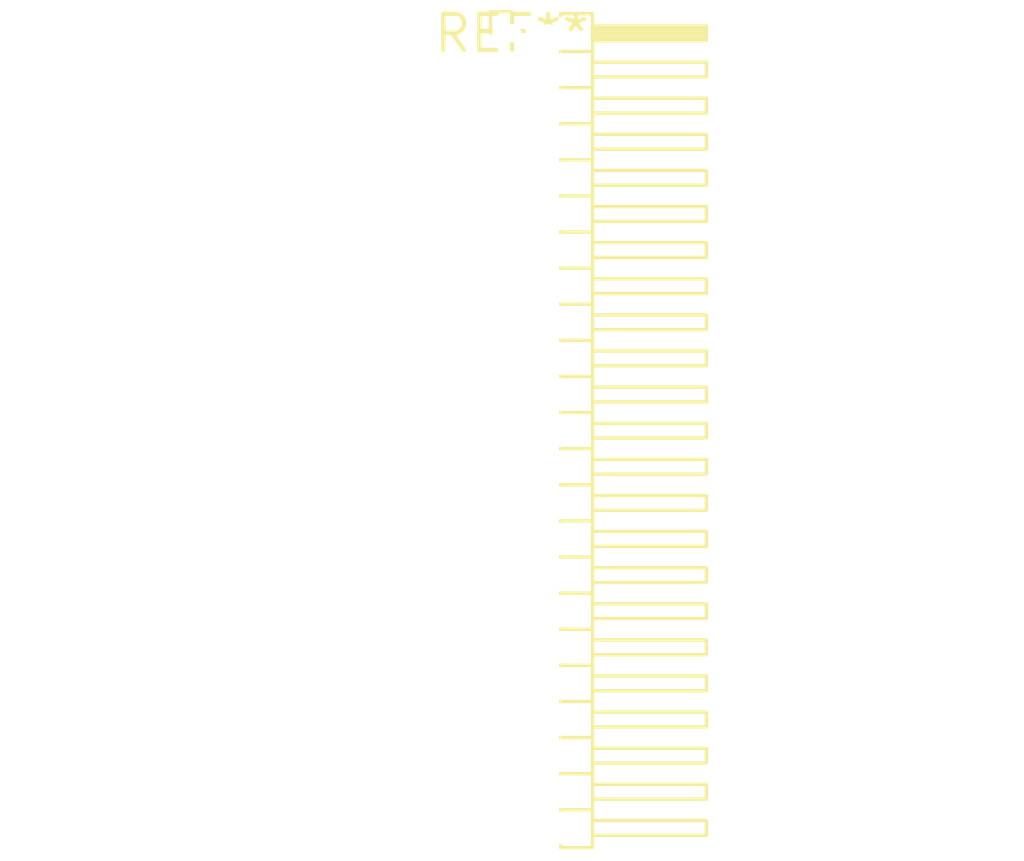
<source format=kicad_pcb>
(kicad_pcb (version 20240108) (generator pcbnew)
  (layers (0 "F.Cu" signal) (31 "B.Cu" signal) (34 "B.Paste" user) (35 "F.Paste" user) (36 "B.SilkS" user "B.Silkscreen") (37 "F.SilkS" user "F.Silkscreen") (38 "B.Mask" user) (39 "F.Mask" user) (44 "Edge.Cuts" user))
  (net 0 "")
  (footprint "PinHeader_2x23_P1.27mm_Horizontal" (layer "F.Cu") (at 0 0)
    (property "Reference" "REF**")
    (property "Value" "PinHeader_2x23_P1.27mm_Horizontal")
    (fp_line (start -0.76 -0.76) (end 0 -0.76) (layer "F.SilkS") (stroke (width 0.12)))
    (fp_line (start -0.76 0) (end -0.76 -0.76) (layer "F.SilkS") (stroke (width 0.12)))
    (fp_line (start 1.71 -0.695) (end 2.83 -0.695) (layer "F.SilkS") (stroke (width 0.12)))
    (fp_line (start 1.71 -0.619677) (end 1.71 -0.695) (layer "F.SilkS") (stroke (width 0.12)))
    (fp_line (start 1.71 0.619677) (end 1.71 0.650323) (layer "F.SilkS") (stroke (width 0.12)))
    (fp_line (start 1.71 0.635) (end 2.83 0.635) (layer "F.SilkS") (stroke (width 0.12)))
    (fp_line (start 1.71 1.889677) (end 1.71 1.920323) (layer "F.SilkS") (stroke (width 0.12)))
    (fp_line (start 1.71 1.905) (end 2.83 1.905) (layer "F.SilkS") (stroke (width 0.12)))
    (fp_line (start 1.71 3.159677) (end 1.71 3.190323) (layer "F.SilkS") (stroke (width 0.12)))
    (fp_line (start 1.71 3.175) (end 2.83 3.175) (layer "F.SilkS") (stroke (width 0.12)))
    (fp_line (start 1.71 4.429677) (end 1.71 4.460323) (layer "F.SilkS") (stroke (width 0.12)))
    (fp_line (start 1.71 4.445) (end 2.83 4.445) (layer "F.SilkS") (stroke (width 0.12)))
    (fp_line (start 1.71 5.699677) (end 1.71 5.730323) (layer "F.SilkS") (stroke (width 0.12)))
    (fp_line (start 1.71 5.715) (end 2.83 5.715) (layer "F.SilkS") (stroke (width 0.12)))
    (fp_line (start 1.71 6.969677) (end 1.71 7.000323) (layer "F.SilkS") (stroke (width 0.12)))
    (fp_line (start 1.71 6.985) (end 2.83 6.985) (layer "F.SilkS") (stroke (width 0.12)))
    (fp_line (start 1.71 8.239677) (end 1.71 8.270323) (layer "F.SilkS") (stroke (width 0.12)))
    (fp_line (start 1.71 8.255) (end 2.83 8.255) (layer "F.SilkS") (stroke (width 0.12)))
    (fp_line (start 1.71 9.509677) (end 1.71 9.540323) (layer "F.SilkS") (stroke (width 0.12)))
    (fp_line (start 1.71 9.525) (end 2.83 9.525) (layer "F.SilkS") (stroke (width 0.12)))
    (fp_line (start 1.71 10.779677) (end 1.71 10.810323) (layer "F.SilkS") (stroke (width 0.12)))
    (fp_line (start 1.71 10.795) (end 2.83 10.795) (layer "F.SilkS") (stroke (width 0.12)))
    (fp_line (start 1.71 12.049677) (end 1.71 12.080323) (layer "F.SilkS") (stroke (width 0.12)))
    (fp_line (start 1.71 12.065) (end 2.83 12.065) (layer "F.SilkS") (stroke (width 0.12)))
    (fp_line (start 1.71 13.319677) (end 1.71 13.350323) (layer "F.SilkS") (stroke (width 0.12)))
    (fp_line (start 1.71 13.335) (end 2.83 13.335) (layer "F.SilkS") (stroke (width 0.12)))
    (fp_line (start 1.71 14.589677) (end 1.71 14.620323) (layer "F.SilkS") (stroke (width 0.12)))
    (fp_line (start 1.71 14.605) (end 2.83 14.605) (layer "F.SilkS") (stroke (width 0.12)))
    (fp_line (start 1.71 15.859677) (end 1.71 15.890323) (layer "F.SilkS") (stroke (width 0.12)))
    (fp_line (start 1.71 15.875) (end 2.83 15.875) (layer "F.SilkS") (stroke (width 0.12)))
    (fp_line (start 1.71 17.129677) (end 1.71 17.160323) (layer "F.SilkS") (stroke (width 0.12)))
    (fp_line (start 1.71 17.145) (end 2.83 17.145) (layer "F.SilkS") (stroke (width 0.12)))
    (fp_line (start 1.71 18.399677) (end 1.71 18.430323) (layer "F.SilkS") (stroke (width 0.12)))
    (fp_line (start 1.71 18.415) (end 2.83 18.415) (layer "F.SilkS") (stroke (width 0.12)))
    (fp_line (start 1.71 19.669677) (end 1.71 19.700323) (layer "F.SilkS") (stroke (width 0.12)))
    (fp_line (start 1.71 19.685) (end 2.83 19.685) (layer "F.SilkS") (stroke (width 0.12)))
    (fp_line (start 1.71 20.939677) (end 1.71 20.970323) (layer "F.SilkS") (stroke (width 0.12)))
    (fp_line (start 1.71 20.955) (end 2.83 20.955) (layer "F.SilkS") (stroke (width 0.12)))
    (fp_line (start 1.71 22.209677) (end 1.71 22.240323) (layer "F.SilkS") (stroke (width 0.12)))
    (fp_line (start 1.71 22.225) (end 2.83 22.225) (layer "F.SilkS") (stroke (width 0.12)))
    (fp_line (start 1.71 23.479677) (end 1.71 23.510323) (layer "F.SilkS") (stroke (width 0.12)))
    (fp_line (start 1.71 23.495) (end 2.83 23.495) (layer "F.SilkS") (stroke (width 0.12)))
    (fp_line (start 1.71 24.749677) (end 1.71 24.780323) (layer "F.SilkS") (stroke (width 0.12)))
    (fp_line (start 1.71 24.765) (end 2.83 24.765) (layer "F.SilkS") (stroke (width 0.12)))
    (fp_line (start 1.71 26.019677) (end 1.71 26.050323) (layer "F.SilkS") (stroke (width 0.12)))
    (fp_line (start 1.71 26.035) (end 2.83 26.035) (layer "F.SilkS") (stroke (width 0.12)))
    (fp_line (start 1.71 27.289677) (end 1.71 27.320323) (layer "F.SilkS") (stroke (width 0.12)))
    (fp_line (start 1.71 27.305) (end 2.83 27.305) (layer "F.SilkS") (stroke (width 0.12)))
    (fp_line (start 1.71 28.635) (end 1.71 28.559677) (layer "F.SilkS") (stroke (width 0.12)))
    (fp_line (start 2.83 -0.695) (end 2.83 28.635) (layer "F.SilkS") (stroke (width 0.12)))
    (fp_line (start 2.83 -0.26) (end 6.83 -0.26) (layer "F.SilkS") (stroke (width 0.12)))
    (fp_line (start 2.83 -0.2) (end 6.83 -0.2) (layer "F.SilkS") (stroke (width 0.12)))
    (fp_line (start 2.83 -0.08) (end 6.83 -0.08) (layer "F.SilkS") (stroke (width 0.12)))
    (fp_line (start 2.83 0.04) (end 6.83 0.04) (layer "F.SilkS") (stroke (width 0.12)))
    (fp_line (start 2.83 0.16) (end 6.83 0.16) (layer "F.SilkS") (stroke (width 0.12)))
    (fp_line (start 2.83 1.01) (end 6.83 1.01) (layer "F.SilkS") (stroke (width 0.12)))
    (fp_line (start 2.83 2.28) (end 6.83 2.28) (layer "F.SilkS") (stroke (width 0.12)))
    (fp_line (start 2.83 3.55) (end 6.83 3.55) (layer "F.SilkS") (stroke (width 0.12)))
    (fp_line (start 2.83 4.82) (end 6.83 4.82) (layer "F.SilkS") (stroke (width 0.12)))
    (fp_line (start 2.83 6.09) (end 6.83 6.09) (layer "F.SilkS") (stroke (width 0.12)))
    (fp_line (start 2.83 7.36) (end 6.83 7.36) (layer "F.SilkS") (stroke (width 0.12)))
    (fp_line (start 2.83 8.63) (end 6.83 8.63) (layer "F.SilkS") (stroke (width 0.12)))
    (fp_line (start 2.83 9.9) (end 6.83 9.9) (layer "F.SilkS") (stroke (width 0.12)))
    (fp_line (start 2.83 11.17) (end 6.83 11.17) (layer "F.SilkS") (stroke (width 0.12)))
    (fp_line (start 2.83 12.44) (end 6.83 12.44) (layer "F.SilkS") (stroke (width 0.12)))
    (fp_line (start 2.83 13.71) (end 6.83 13.71) (layer "F.SilkS") (stroke (width 0.12)))
    (fp_line (start 2.83 14.98) (end 6.83 14.98) (layer "F.SilkS") (stroke (width 0.12)))
    (fp_line (start 2.83 16.25) (end 6.83 16.25) (layer "F.SilkS") (stroke (width 0.12)))
    (fp_line (start 2.83 17.52) (end 6.83 17.52) (layer "F.SilkS") (stroke (width 0.12)))
    (fp_line (start 2.83 18.79) (end 6.83 18.79) (layer "F.SilkS") (stroke (width 0.12)))
    (fp_line (start 2.83 20.06) (end 6.83 20.06) (layer "F.SilkS") (stroke (width 0.12)))
    (fp_line (start 2.83 21.33) (end 6.83 21.33) (layer "F.SilkS") (stroke (width 0.12)))
    (fp_line (start 2.83 22.6) (end 6.83 22.6) (layer "F.SilkS") (stroke (width 0.12)))
    (fp_line (start 2.83 23.87) (end 6.83 23.87) (layer "F.SilkS") (stroke (width 0.12)))
    (fp_line (start 2.83 25.14) (end 6.83 25.14) (layer "F.SilkS") (stroke (width 0.12)))
    (fp_line (start 2.83 26.41) (end 6.83 26.41) (layer "F.SilkS") (stroke (width 0.12)))
    (fp_line (start 2.83 27.68) (end 6.83 27.68) (layer "F.SilkS") (stroke (width 0.12)))
    (fp_line (start 2.83 28.635) (end 1.71 28.635) (layer "F.SilkS") (stroke (width 0.12)))
    (fp_line (start 6.83 -0.26) (end 6.83 0.26) (layer "F.SilkS") (stroke (width 0.12)))
    (fp_line (start 6.83 0.26) (end 2.83 0.26) (layer "F.SilkS") (stroke (width 0.12)))
    (fp_line (start 6.83 1.01) (end 6.83 1.53) (layer "F.SilkS") (stroke (width 0.12)))
    (fp_line (start 6.83 1.53) (end 2.83 1.53) (layer "F.SilkS") (stroke (width 0.12)))
    (fp_line (start 6.83 2.28) (end 6.83 2.8) (layer "F.SilkS") (stroke (width 0.12)))
    (fp_line (start 6.83 2.8) (end 2.83 2.8) (layer "F.SilkS") (stroke (width 0.12)))
    (fp_line (start 6.83 3.55) (end 6.83 4.07) (layer "F.SilkS") (stroke (width 0.12)))
    (fp_line (start 6.83 4.07) (end 2.83 4.07) (layer "F.SilkS") (stroke (width 0.12)))
    (fp_line (start 6.83 4.82) (end 6.83 5.34) (layer "F.SilkS") (stroke (width 0.12)))
    (fp_line (start 6.83 5.34) (end 2.83 5.34) (layer "F.SilkS") (stroke (width 0.12)))
    (fp_line (start 6.83 6.09) (end 6.83 6.61) (layer "F.SilkS") (stroke (width 0.12)))
    (fp_line (start 6.83 6.61) (end 2.83 6.61) (layer "F.SilkS") (stroke (width 0.12)))
    (fp_line (start 6.83 7.36) (end 6.83 7.88) (layer "F.SilkS") (stroke (width 0.12)))
    (fp_line (start 6.83 7.88) (end 2.83 7.88) (layer "F.SilkS") (stroke (width 0.12)))
    (fp_line (start 6.83 8.63) (end 6.83 9.15) (layer "F.SilkS") (stroke (width 0.12)))
    (fp_line (start 6.83 9.15) (end 2.83 9.15) (layer "F.SilkS") (stroke (width 0.12)))
    (fp_line (start 6.83 9.9) (end 6.83 10.42) (layer "F.SilkS") (stroke (width 0.12)))
    (fp_line (start 6.83 10.42) (end 2.83 10.42) (layer "F.SilkS") (stroke (width 0.12)))
    (fp_line (start 6.83 11.17) (end 6.83 11.69) (layer "F.SilkS") (stroke (width 0.12)))
    (fp_line (start 6.83 11.69) (end 2.83 11.69) (layer "F.SilkS") (stroke (width 0.12)))
    (fp_line (start 6.83 12.44) (end 6.83 12.96) (layer "F.SilkS") (stroke (width 0.12)))
    (fp_line (start 6.83 12.96) (end 2.83 12.96) (layer "F.SilkS") (stroke (width 0.12)))
    (fp_line (start 6.83 13.71) (end 6.83 14.23) (layer "F.SilkS") (stroke (width 0.12)))
    (fp_line (start 6.83 14.23) (end 2.83 14.23) (layer "F.SilkS") (stroke (width 0.12)))
    (fp_line (start 6.83 14.98) (end 6.83 15.5) (layer "F.SilkS") (stroke (width 0.12)))
    (fp_line (start 6.83 15.5) (end 2.83 15.5) (layer "F.SilkS") (stroke (width 0.12)))
    (fp_line (start 6.83 16.25) (end 6.83 16.77) (layer "F.SilkS") (stroke (width 0.12)))
    (fp_line (start 6.83 16.77) (end 2.83 16.77) (layer "F.SilkS") (stroke (width 0.12)))
    (fp_line (start 6.83 17.52) (end 6.83 18.04) (layer "F.SilkS") (stroke (width 0.12)))
    (fp_line (start 6.83 18.04) (end 2.83 18.04) (layer "F.SilkS") (stroke (width 0.12)))
    (fp_line (start 6.83 18.79) (end 6.83 19.31) (layer "F.SilkS") (stroke (width 0.12)))
    (fp_line (start 6.83 19.31) (end 2.83 19.31) (layer "F.SilkS") (stroke (width 0.12)))
    (fp_line (start 6.83 20.06) (end 6.83 20.58) (layer "F.SilkS") (stroke (width 0.12)))
    (fp_line (start 6.83 20.58) (end 2.83 20.58) (layer "F.SilkS") (stroke (width 0.12)))
    (fp_line (start 6.83 21.33) (end 6.83 21.85) (layer "F.SilkS") (stroke (width 0.12)))
    (fp_line (start 6.83 21.85) (end 2.83 21.85) (layer "F.SilkS") (stroke (width 0.12)))
    (fp_line (start 6.83 22.6) (end 6.83 23.12) (layer "F.SilkS") (stroke (width 0.12)))
    (fp_line (start 6.83 23.12) (end 2.83 23.12) (layer "F.SilkS") (stroke (width 0.12)))
    (fp_line (start 6.83 23.87) (end 6.83 24.39) (layer "F.SilkS") (stroke (width 0.12)))
    (fp_line (start 6.83 24.39) (end 2.83 24.39) (layer "F.SilkS") (stroke (width 0.12)))
    (fp_line (start 6.83 25.14) (end 6.83 25.66) (layer "F.SilkS") (stroke (width 0.12)))
    (fp_line (start 6.83 25.66) (end 2.83 25.66) (layer "F.SilkS") (stroke (width 0.12)))
    (fp_line (start 6.83 26.41) (end 6.83 26.93) (layer "F.SilkS") (stroke (width 0.12)))
    (fp_line (start 6.83 26.93) (end 2.83 26.93) (layer "F.SilkS") (stroke (width 0.12)))
    (fp_line (start 6.83 27.68) (end 6.83 28.2) (layer "F.SilkS") (stroke (width 0.12)))
    (fp_line (start 6.83 28.2) (end 2.83 28.2) (layer "F.SilkS") (stroke (width 0.12)))
    (pad "1" thru_hole rect (at 0 0) (size 1 1) (drill 0.65) (layers *.Cu *.Mask) (remove_unused_layers))
    (pad "2" thru_hole oval (at 1.27 0) (size 1 1) (drill 0.65) (layers *.Cu *.Mask) (remove_unused_layers))
    (pad "3" thru_hole oval (at 0 1.27) (size 1 1) (drill 0.65) (layers *.Cu *.Mask) (remove_unused_layers))
    (pad "4" thru_hole oval (at 1.27 1.27) (size 1 1) (drill 0.65) (layers *.Cu *.Mask) (remove_unused_layers))
    (pad "5" thru_hole oval (at 0 2.54) (size 1 1) (drill 0.65) (layers *.Cu *.Mask) (remove_unused_layers))
    (pad "6" thru_hole oval (at 1.27 2.54) (size 1 1) (drill 0.65) (layers *.Cu *.Mask) (remove_unused_layers))
    (pad "7" thru_hole oval (at 0 3.81) (size 1 1) (drill 0.65) (layers *.Cu *.Mask) (remove_unused_layers))
    (pad "8" thru_hole oval (at 1.27 3.81) (size 1 1) (drill 0.65) (layers *.Cu *.Mask) (remove_unused_layers))
    (pad "9" thru_hole oval (at 0 5.08) (size 1 1) (drill 0.65) (layers *.Cu *.Mask) (remove_unused_layers))
    (pad "10" thru_hole oval (at 1.27 5.08) (size 1 1) (drill 0.65) (layers *.Cu *.Mask) (remove_unused_layers))
    (pad "11" thru_hole oval (at 0 6.35) (size 1 1) (drill 0.65) (layers *.Cu *.Mask) (remove_unused_layers))
    (pad "12" thru_hole oval (at 1.27 6.35) (size 1 1) (drill 0.65) (layers *.Cu *.Mask) (remove_unused_layers))
    (pad "13" thru_hole oval (at 0 7.62) (size 1 1) (drill 0.65) (layers *.Cu *.Mask) (remove_unused_layers))
    (pad "14" thru_hole oval (at 1.27 7.62) (size 1 1) (drill 0.65) (layers *.Cu *.Mask) (remove_unused_layers))
    (pad "15" thru_hole oval (at 0 8.89) (size 1 1) (drill 0.65) (layers *.Cu *.Mask) (remove_unused_layers))
    (pad "16" thru_hole oval (at 1.27 8.89) (size 1 1) (drill 0.65) (layers *.Cu *.Mask) (remove_unused_layers))
    (pad "17" thru_hole oval (at 0 10.16) (size 1 1) (drill 0.65) (layers *.Cu *.Mask) (remove_unused_layers))
    (pad "18" thru_hole oval (at 1.27 10.16) (size 1 1) (drill 0.65) (layers *.Cu *.Mask) (remove_unused_layers))
    (pad "19" thru_hole oval (at 0 11.43) (size 1 1) (drill 0.65) (layers *.Cu *.Mask) (remove_unused_layers))
    (pad "20" thru_hole oval (at 1.27 11.43) (size 1 1) (drill 0.65) (layers *.Cu *.Mask) (remove_unused_layers))
    (pad "21" thru_hole oval (at 0 12.7) (size 1 1) (drill 0.65) (layers *.Cu *.Mask) (remove_unused_layers))
    (pad "22" thru_hole oval (at 1.27 12.7) (size 1 1) (drill 0.65) (layers *.Cu *.Mask) (remove_unused_layers))
    (pad "23" thru_hole oval (at 0 13.97) (size 1 1) (drill 0.65) (layers *.Cu *.Mask) (remove_unused_layers))
    (pad "24" thru_hole oval (at 1.27 13.97) (size 1 1) (drill 0.65) (layers *.Cu *.Mask) (remove_unused_layers))
    (pad "25" thru_hole oval (at 0 15.24) (size 1 1) (drill 0.65) (layers *.Cu *.Mask) (remove_unused_layers))
    (pad "26" thru_hole oval (at 1.27 15.24) (size 1 1) (drill 0.65) (layers *.Cu *.Mask) (remove_unused_layers))
    (pad "27" thru_hole oval (at 0 16.51) (size 1 1) (drill 0.65) (layers *.Cu *.Mask) (remove_unused_layers))
    (pad "28" thru_hole oval (at 1.27 16.51) (size 1 1) (drill 0.65) (layers *.Cu *.Mask) (remove_unused_layers))
    (pad "29" thru_hole oval (at 0 17.78) (size 1 1) (drill 0.65) (layers *.Cu *.Mask) (remove_unused_layers))
    (pad "30" thru_hole oval (at 1.27 17.78) (size 1 1) (drill 0.65) (layers *.Cu *.Mask) (remove_unused_layers))
    (pad "31" thru_hole oval (at 0 19.05) (size 1 1) (drill 0.65) (layers *.Cu *.Mask) (remove_unused_layers))
    (pad "32" thru_hole oval (at 1.27 19.05) (size 1 1) (drill 0.65) (layers *.Cu *.Mask) (remove_unused_layers))
    (pad "33" thru_hole oval (at 0 20.32) (size 1 1) (drill 0.65) (layers *.Cu *.Mask) (remove_unused_layers))
    (pad "34" thru_hole oval (at 1.27 20.32) (size 1 1) (drill 0.65) (layers *.Cu *.Mask) (remove_unused_layers))
    (pad "35" thru_hole oval (at 0 21.59) (size 1 1) (drill 0.65) (layers *.Cu *.Mask) (remove_unused_layers))
    (pad "36" thru_hole oval (at 1.27 21.59) (size 1 1) (drill 0.65) (layers *.Cu *.Mask) (remove_unused_layers))
    (pad "37" thru_hole oval (at 0 22.86) (size 1 1) (drill 0.65) (layers *.Cu *.Mask) (remove_unused_layers))
    (pad "38" thru_hole oval (at 1.27 22.86) (size 1 1) (drill 0.65) (layers *.Cu *.Mask) (remove_unused_layers))
    (pad "39" thru_hole oval (at 0 24.13) (size 1 1) (drill 0.65) (layers *.Cu *.Mask) (remove_unused_layers))
    (pad "40" thru_hole oval (at 1.27 24.13) (size 1 1) (drill 0.65) (layers *.Cu *.Mask) (remove_unused_layers))
    (pad "41" thru_hole oval (at 0 25.4) (size 1 1) (drill 0.65) (layers *.Cu *.Mask) (remove_unused_layers))
    (pad "42" thru_hole oval (at 1.27 25.4) (size 1 1) (drill 0.65) (layers *.Cu *.Mask) (remove_unused_layers))
    (pad "43" thru_hole oval (at 0 26.67) (size 1 1) (drill 0.65) (layers *.Cu *.Mask) (remove_unused_layers))
    (pad "44" thru_hole oval (at 1.27 26.67) (size 1 1) (drill 0.65) (layers *.Cu *.Mask) (remove_unused_layers))
    (pad "45" thru_hole oval (at 0 27.94) (size 1 1) (drill 0.65) (layers *.Cu *.Mask) (remove_unused_layers))
    (pad "46" thru_hole oval (at 1.27 27.94) (size 1 1) (drill 0.65) (layers *.Cu *.Mask) (remove_unused_layers))
  )
)
</source>
